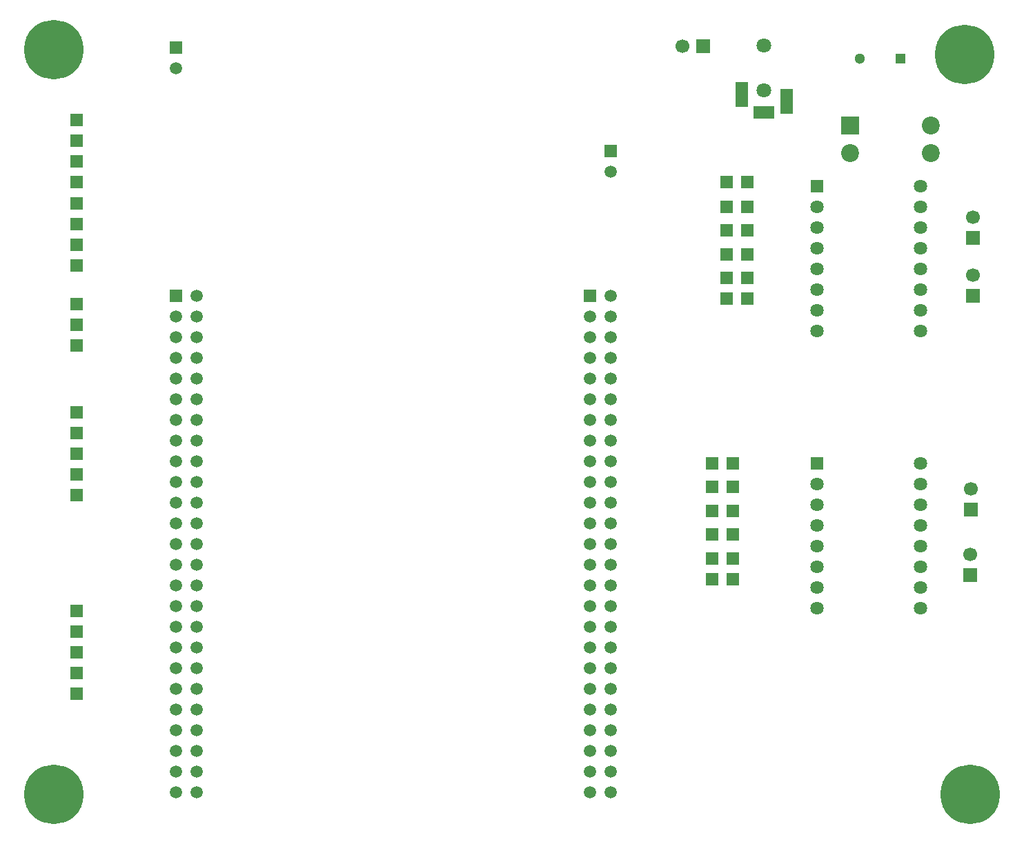
<source format=gbs>
G04*
G04 #@! TF.GenerationSoftware,Altium Limited,Altium Designer,24.6.1 (21)*
G04*
G04 Layer_Color=16711935*
%FSLAX44Y44*%
%MOMM*%
G71*
G04*
G04 #@! TF.SameCoordinates,42639B8C-B182-42FF-980A-ED1702294046*
G04*
G04*
G04 #@! TF.FilePolarity,Negative*
G04*
G01*
G75*
%ADD21C,1.9000*%
%ADD26C,1.6300*%
%ADD27R,1.6300X1.6300*%
%ADD28C,1.3000*%
%ADD29R,2.2000X2.2000*%
%ADD30C,2.2000*%
%ADD31R,2.6000X1.6000*%
%ADD32R,1.7000X1.7000*%
%ADD33C,1.7000*%
%ADD34R,1.7000X1.7000*%
%ADD35R,1.3000X1.3000*%
%ADD36C,7.3000*%
%ADD37R,1.6000X1.6000*%
%ADD38R,1.6000X1.6000*%
%ADD39R,1.6000X3.1000*%
%ADD40C,1.5080*%
%ADD41C,1.8000*%
%ADD42R,1.5080X1.5080*%
D21*
X1177900Y958850D02*
G03*
X1177900Y958850I-9500J0D01*
G01*
X60300Y965200D02*
G03*
X60300Y965200I-9500J0D01*
G01*
Y50800D02*
G03*
X60300Y50800I-9500J0D01*
G01*
X1184250D02*
G03*
X1184250Y50800I-9500J0D01*
G01*
D26*
X1113790Y746760D02*
D03*
Y721360D02*
D03*
Y670560D02*
D03*
Y695960D02*
D03*
Y772160D02*
D03*
Y645160D02*
D03*
Y619760D02*
D03*
X986790D02*
D03*
Y645160D02*
D03*
Y670560D02*
D03*
Y695960D02*
D03*
Y721360D02*
D03*
Y746760D02*
D03*
Y772160D02*
D03*
X1113790Y797560D02*
D03*
Y457200D02*
D03*
X986790Y431800D02*
D03*
Y406400D02*
D03*
Y381000D02*
D03*
Y355600D02*
D03*
Y330200D02*
D03*
Y304800D02*
D03*
Y279400D02*
D03*
X1113790D02*
D03*
Y304800D02*
D03*
Y431800D02*
D03*
Y355600D02*
D03*
Y330200D02*
D03*
Y381000D02*
D03*
Y406400D02*
D03*
D27*
X986790Y797560D02*
D03*
Y457200D02*
D03*
D28*
X1039260Y953770D02*
D03*
D29*
X1027460Y871710D02*
D03*
D30*
Y837710D02*
D03*
X1126460D02*
D03*
Y871710D02*
D03*
D31*
X922020Y887880D02*
D03*
D32*
X847090Y969010D02*
D03*
D33*
X1178560Y759460D02*
D03*
X821690Y969010D02*
D03*
X1178560Y688340D02*
D03*
X1174750Y345440D02*
D03*
X1176020Y425450D02*
D03*
D34*
X1178560Y734060D02*
D03*
Y662940D02*
D03*
X1174750Y320040D02*
D03*
X1176020Y400050D02*
D03*
D35*
X1089260Y953770D02*
D03*
D36*
X1168400Y958850D02*
D03*
X50800Y965200D02*
D03*
Y50800D02*
D03*
X1174750D02*
D03*
D37*
X78739Y468631D02*
D03*
Y494031D02*
D03*
Y443231D02*
D03*
Y750571D02*
D03*
Y519431D02*
D03*
Y878841D02*
D03*
Y853441D02*
D03*
Y828041D02*
D03*
X78740Y802640D02*
D03*
X78739Y725171D02*
D03*
Y627381D02*
D03*
X78740Y652780D02*
D03*
X78739Y275591D02*
D03*
X78740Y250190D02*
D03*
Y224790D02*
D03*
Y199390D02*
D03*
D38*
Y417830D02*
D03*
X78741Y173991D02*
D03*
X78740Y601980D02*
D03*
Y699770D02*
D03*
Y775970D02*
D03*
X876301Y742951D02*
D03*
X901700Y742950D02*
D03*
Y772160D02*
D03*
X876301Y659131D02*
D03*
X901701D02*
D03*
X876301Y684531D02*
D03*
X901701D02*
D03*
X876300Y802640D02*
D03*
X901700D02*
D03*
X876301Y713741D02*
D03*
X901700Y713740D02*
D03*
X858520Y369570D02*
D03*
X883921Y369571D02*
D03*
X858521Y398781D02*
D03*
X883921D02*
D03*
X858521Y427991D02*
D03*
X883920Y427990D02*
D03*
X858521Y314961D02*
D03*
X883921D02*
D03*
X858521Y340361D02*
D03*
X883920Y340360D02*
D03*
X858520Y457200D02*
D03*
X883920D02*
D03*
X876301Y772161D02*
D03*
D39*
X894520Y909880D02*
D03*
X949520Y901880D02*
D03*
D40*
X226060Y408940D02*
D03*
X200660Y535940D02*
D03*
Y408940D02*
D03*
X226060Y383540D02*
D03*
X708660Y535940D02*
D03*
X734060D02*
D03*
X708660Y408940D02*
D03*
X734060D02*
D03*
X708660Y383540D02*
D03*
X734060Y358140D02*
D03*
X708660Y205740D02*
D03*
X734060Y180340D02*
D03*
X200660Y561340D02*
D03*
X226060Y510540D02*
D03*
Y662940D02*
D03*
X200660Y637540D02*
D03*
X226060D02*
D03*
X200660Y612140D02*
D03*
X226060D02*
D03*
X200660Y586740D02*
D03*
X226060D02*
D03*
Y561340D02*
D03*
Y535940D02*
D03*
X200660Y510540D02*
D03*
Y485140D02*
D03*
X226060D02*
D03*
X200660Y459740D02*
D03*
X226060D02*
D03*
X200660Y434340D02*
D03*
X226060D02*
D03*
X200660Y383540D02*
D03*
Y358140D02*
D03*
X226060D02*
D03*
X200660Y332740D02*
D03*
X226060D02*
D03*
X200660Y307340D02*
D03*
X226060D02*
D03*
X200660Y281940D02*
D03*
X226060D02*
D03*
X200660Y256540D02*
D03*
X226060D02*
D03*
X200660Y231140D02*
D03*
X226060D02*
D03*
X200660Y205740D02*
D03*
X226060D02*
D03*
X200660Y180340D02*
D03*
X226060D02*
D03*
X200660Y154940D02*
D03*
X226060D02*
D03*
X200660Y129540D02*
D03*
X226060D02*
D03*
X200660Y104140D02*
D03*
X226060D02*
D03*
X200660Y78740D02*
D03*
X226060D02*
D03*
X200660Y53340D02*
D03*
X226060D02*
D03*
X734060Y662940D02*
D03*
X708660Y637540D02*
D03*
X734060D02*
D03*
X708660Y612140D02*
D03*
X734060D02*
D03*
X708660Y586740D02*
D03*
X734060D02*
D03*
X708660Y561340D02*
D03*
X734060D02*
D03*
X708660Y510540D02*
D03*
X734060D02*
D03*
X708660Y485140D02*
D03*
X734060D02*
D03*
X708660Y459740D02*
D03*
X734060D02*
D03*
X708660Y434340D02*
D03*
X734060D02*
D03*
Y383540D02*
D03*
X708660Y358140D02*
D03*
Y332740D02*
D03*
X734060D02*
D03*
X708660Y307340D02*
D03*
X734060D02*
D03*
X708660Y281940D02*
D03*
X734060D02*
D03*
X708660Y256540D02*
D03*
X734060D02*
D03*
X708660Y231140D02*
D03*
X734060D02*
D03*
Y205740D02*
D03*
X708660Y180340D02*
D03*
Y154940D02*
D03*
X734060D02*
D03*
X708660Y129540D02*
D03*
X734060D02*
D03*
X708660Y104140D02*
D03*
X734060D02*
D03*
X708660Y78740D02*
D03*
X734060D02*
D03*
X708660Y53340D02*
D03*
X734060D02*
D03*
X200660Y942340D02*
D03*
X734060Y815340D02*
D03*
D41*
X922020Y969880D02*
D03*
Y914880D02*
D03*
D42*
X200660Y662940D02*
D03*
X708660D02*
D03*
X200660Y967740D02*
D03*
X734060Y840740D02*
D03*
M02*

</source>
